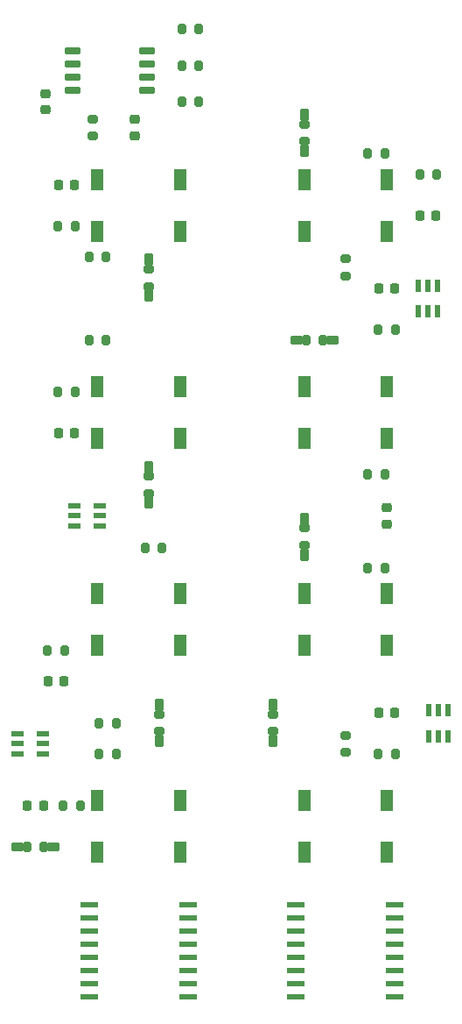
<source format=gbr>
%TF.GenerationSoftware,KiCad,Pcbnew,(6.0.2)*%
%TF.CreationDate,2022-04-01T11:09:41+02:00*%
%TF.ProjectId,cartteFille,63617274-7465-4466-996c-6c652e6b6963,rev?*%
%TF.SameCoordinates,Original*%
%TF.FileFunction,Paste,Top*%
%TF.FilePolarity,Positive*%
%FSLAX46Y46*%
G04 Gerber Fmt 4.6, Leading zero omitted, Abs format (unit mm)*
G04 Created by KiCad (PCBNEW (6.0.2)) date 2022-04-01 11:09:41*
%MOMM*%
%LPD*%
G01*
G04 APERTURE LIST*
G04 Aperture macros list*
%AMRoundRect*
0 Rectangle with rounded corners*
0 $1 Rounding radius*
0 $2 $3 $4 $5 $6 $7 $8 $9 X,Y pos of 4 corners*
0 Add a 4 corners polygon primitive as box body*
4,1,4,$2,$3,$4,$5,$6,$7,$8,$9,$2,$3,0*
0 Add four circle primitives for the rounded corners*
1,1,$1+$1,$2,$3*
1,1,$1+$1,$4,$5*
1,1,$1+$1,$6,$7*
1,1,$1+$1,$8,$9*
0 Add four rect primitives between the rounded corners*
20,1,$1+$1,$2,$3,$4,$5,0*
20,1,$1+$1,$4,$5,$6,$7,0*
20,1,$1+$1,$6,$7,$8,$9,0*
20,1,$1+$1,$8,$9,$2,$3,0*%
G04 Aperture macros list end*
%ADD10R,1.803400X0.533400*%
%ADD11RoundRect,0.200000X0.275000X-0.200000X0.275000X0.200000X-0.275000X0.200000X-0.275000X-0.200000X0*%
%ADD12RoundRect,0.200000X-0.200000X-0.275000X0.200000X-0.275000X0.200000X0.275000X-0.200000X0.275000X0*%
%ADD13R,1.300000X2.000000*%
%ADD14RoundRect,0.064000X0.336000X-0.496000X0.336000X0.496000X-0.336000X0.496000X-0.336000X-0.496000X0*%
%ADD15RoundRect,0.200000X0.200000X0.275000X-0.200000X0.275000X-0.200000X-0.275000X0.200000X-0.275000X0*%
%ADD16RoundRect,0.225000X0.225000X0.250000X-0.225000X0.250000X-0.225000X-0.250000X0.225000X-0.250000X0*%
%ADD17RoundRect,0.225000X-0.225000X-0.250000X0.225000X-0.250000X0.225000X0.250000X-0.225000X0.250000X0*%
%ADD18RoundRect,0.200000X-0.275000X0.200000X-0.275000X-0.200000X0.275000X-0.200000X0.275000X0.200000X0*%
%ADD19RoundRect,0.040600X0.564400X0.249400X-0.564400X0.249400X-0.564400X-0.249400X0.564400X-0.249400X0*%
%ADD20RoundRect,0.040600X-0.249400X0.564400X-0.249400X-0.564400X0.249400X-0.564400X0.249400X0.564400X0*%
%ADD21RoundRect,0.064000X-0.336000X0.496000X-0.336000X-0.496000X0.336000X-0.496000X0.336000X0.496000X0*%
%ADD22RoundRect,0.225000X-0.250000X0.225000X-0.250000X-0.225000X0.250000X-0.225000X0.250000X0.225000X0*%
%ADD23RoundRect,0.064000X0.496000X0.336000X-0.496000X0.336000X-0.496000X-0.336000X0.496000X-0.336000X0*%
%ADD24RoundRect,0.150000X0.650000X0.150000X-0.650000X0.150000X-0.650000X-0.150000X0.650000X-0.150000X0*%
%ADD25RoundRect,0.225000X0.250000X-0.225000X0.250000X0.225000X-0.250000X0.225000X-0.250000X-0.225000X0*%
G04 APERTURE END LIST*
D10*
%TO.C,U202*%
X24775200Y-96445000D03*
X24775200Y-95175000D03*
X24775200Y-93905000D03*
X24775200Y-92635000D03*
X24775200Y-91365000D03*
X24775200Y-90095000D03*
X24775200Y-88825000D03*
X24775200Y-87555000D03*
X15224800Y-87555000D03*
X15224800Y-88825000D03*
X15224800Y-90095000D03*
X15224800Y-91365000D03*
X15224800Y-92635000D03*
X15224800Y-93905000D03*
X15224800Y-95175000D03*
X15224800Y-96445000D03*
%TD*%
D11*
%TO.C,R282*%
X40000000Y-72825000D03*
X40000000Y-71175000D03*
%TD*%
D12*
%TO.C,R231*%
X12675000Y-78000000D03*
X14325000Y-78000000D03*
%TD*%
D13*
%TO.C,S22*%
X24000000Y-17510000D03*
X16000000Y-22510000D03*
X24000000Y-22510000D03*
X16000000Y-17510000D03*
%TD*%
D11*
%TO.C,R283*%
X33000000Y-70825000D03*
X33000000Y-69175000D03*
%TD*%
D13*
%TO.C,S28*%
X36000000Y-82500000D03*
X44000000Y-77500000D03*
X36000000Y-77500000D03*
X44000000Y-82500000D03*
%TD*%
D12*
%TO.C,R242*%
X16175000Y-70000000D03*
X17825000Y-70000000D03*
%TD*%
D14*
%TO.C,D25*%
X36000000Y-14730000D03*
X36000000Y-11270000D03*
%TD*%
D12*
%TO.C,R001*%
X20587200Y-53111400D03*
X22237200Y-53111400D03*
%TD*%
D15*
%TO.C,R261*%
X44825000Y-32000000D03*
X43175000Y-32000000D03*
%TD*%
D16*
%TO.C,C261*%
X44775000Y-28000000D03*
X43225000Y-28000000D03*
%TD*%
%TO.C,C251*%
X48775000Y-21000000D03*
X47225000Y-21000000D03*
%TD*%
D17*
%TO.C,C211*%
X12225000Y-42000000D03*
X13775000Y-42000000D03*
%TD*%
D18*
%TO.C,R213*%
X21000000Y-46175000D03*
X21000000Y-47825000D03*
%TD*%
D11*
%TO.C,R253*%
X36000000Y-13825000D03*
X36000000Y-12175000D03*
%TD*%
D18*
%TO.C,R243*%
X22000000Y-69175000D03*
X22000000Y-70825000D03*
%TD*%
D19*
%TO.C,U23-4*%
X10755000Y-72950000D03*
X10755000Y-72000000D03*
X10755000Y-71050000D03*
X8245000Y-71050000D03*
X8245000Y-72000000D03*
X8245000Y-72950000D03*
%TD*%
D15*
%TO.C,R12*%
X25825000Y-6500000D03*
X24175000Y-6500000D03*
%TD*%
D20*
%TO.C,U25-6*%
X48950000Y-27745000D03*
X48000000Y-27745000D03*
X47050000Y-27745000D03*
X47050000Y-30255000D03*
X48000000Y-30255000D03*
X48950000Y-30255000D03*
%TD*%
D21*
%TO.C,D24*%
X22000000Y-68270000D03*
X22000000Y-71730000D03*
%TD*%
D13*
%TO.C,S23*%
X24000000Y-77500000D03*
X16000000Y-82500000D03*
X24000000Y-82500000D03*
X16000000Y-77500000D03*
%TD*%
D15*
%TO.C,R272*%
X43825000Y-55000000D03*
X42175000Y-55000000D03*
%TD*%
%TO.C,R233*%
X10825000Y-82000000D03*
X9175000Y-82000000D03*
%TD*%
D17*
%TO.C,C221*%
X12225000Y-18000000D03*
X13775000Y-18000000D03*
%TD*%
D10*
%TO.C,U201*%
X44775200Y-96445000D03*
X44775200Y-95175000D03*
X44775200Y-93905000D03*
X44775200Y-92635000D03*
X44775200Y-91365000D03*
X44775200Y-90095000D03*
X44775200Y-88825000D03*
X44775200Y-87555000D03*
X35224800Y-87555000D03*
X35224800Y-88825000D03*
X35224800Y-90095000D03*
X35224800Y-91365000D03*
X35224800Y-92635000D03*
X35224800Y-93905000D03*
X35224800Y-95175000D03*
X35224800Y-96445000D03*
%TD*%
D14*
%TO.C,D28*%
X33000000Y-71730000D03*
X33000000Y-68270000D03*
%TD*%
D21*
%TO.C,D21*%
X21000000Y-45270000D03*
X21000000Y-48730000D03*
%TD*%
%TO.C,D22*%
X21000000Y-25270000D03*
X21000000Y-28730000D03*
%TD*%
D22*
%TO.C,C271*%
X44000000Y-49225000D03*
X44000000Y-50775000D03*
%TD*%
D15*
%TO.C,R263*%
X37825000Y-33000000D03*
X36175000Y-33000000D03*
%TD*%
D12*
%TO.C,R15*%
X24175000Y-3000000D03*
X25825000Y-3000000D03*
%TD*%
D13*
%TO.C,S25*%
X36000000Y-22500000D03*
X44000000Y-17500000D03*
X36000000Y-17500000D03*
X44000000Y-22500000D03*
%TD*%
%TO.C,S27*%
X36000000Y-62500000D03*
X44000000Y-57500000D03*
X36000000Y-57500000D03*
X44000000Y-62500000D03*
%TD*%
D12*
%TO.C,R212*%
X15175000Y-33000000D03*
X16825000Y-33000000D03*
%TD*%
D15*
%TO.C,R251*%
X48825000Y-17000000D03*
X47175000Y-17000000D03*
%TD*%
D23*
%TO.C,D26*%
X38730000Y-33000000D03*
X35270000Y-33000000D03*
%TD*%
D17*
%TO.C,C241*%
X11225000Y-66000000D03*
X12775000Y-66000000D03*
%TD*%
D16*
%TO.C,C281*%
X44775000Y-69000000D03*
X43225000Y-69000000D03*
%TD*%
D12*
%TO.C,R241*%
X11175000Y-63000000D03*
X12825000Y-63000000D03*
%TD*%
D24*
%TO.C,U1*%
X20820000Y-8885000D03*
X20820000Y-7615000D03*
X20820000Y-6345000D03*
X20820000Y-5075000D03*
X13620000Y-5075000D03*
X13620000Y-6345000D03*
X13620000Y-7615000D03*
X13620000Y-8885000D03*
%TD*%
D22*
%TO.C,C12*%
X11000000Y-9225000D03*
X11000000Y-10775000D03*
%TD*%
D12*
%TO.C,R222*%
X15175000Y-25000000D03*
X16825000Y-25000000D03*
%TD*%
D11*
%TO.C,R273*%
X36000000Y-52825000D03*
X36000000Y-51175000D03*
%TD*%
D23*
%TO.C,D23*%
X11730000Y-82000000D03*
X8270000Y-82000000D03*
%TD*%
D20*
%TO.C,U27-8*%
X49950000Y-68745000D03*
X49000000Y-68745000D03*
X48050000Y-68745000D03*
X48050000Y-71255000D03*
X49000000Y-71255000D03*
X49950000Y-71255000D03*
%TD*%
D11*
%TO.C,R262*%
X40000000Y-26825000D03*
X40000000Y-25175000D03*
%TD*%
D15*
%TO.C,R271*%
X43825000Y-46000000D03*
X42175000Y-46000000D03*
%TD*%
D13*
%TO.C,S21*%
X24000000Y-37500000D03*
X16000000Y-42500000D03*
X24000000Y-42500000D03*
X16000000Y-37500000D03*
%TD*%
D18*
%TO.C,R11*%
X15590000Y-11670000D03*
X15590000Y-13320000D03*
%TD*%
D12*
%TO.C,R232*%
X16175000Y-73000000D03*
X17825000Y-73000000D03*
%TD*%
D25*
%TO.C,C11*%
X19600000Y-13280000D03*
X19600000Y-11730000D03*
%TD*%
D12*
%TO.C,R211*%
X12175000Y-38000000D03*
X13825000Y-38000000D03*
%TD*%
D14*
%TO.C,D27*%
X36000000Y-53730000D03*
X36000000Y-50270000D03*
%TD*%
D19*
%TO.C,U21-2*%
X16255000Y-50950000D03*
X16255000Y-50000000D03*
X16255000Y-49050000D03*
X13745000Y-49050000D03*
X13745000Y-50000000D03*
X13745000Y-50950000D03*
%TD*%
D18*
%TO.C,R223*%
X21000000Y-26175000D03*
X21000000Y-27825000D03*
%TD*%
D13*
%TO.C,S26*%
X36000000Y-42500000D03*
X44000000Y-37500000D03*
X36000000Y-37500000D03*
X44000000Y-42500000D03*
%TD*%
D12*
%TO.C,R221*%
X12175000Y-22000000D03*
X13825000Y-22000000D03*
%TD*%
D13*
%TO.C,S24*%
X24000000Y-57500000D03*
X16000000Y-62500000D03*
X24000000Y-62500000D03*
X16000000Y-57500000D03*
%TD*%
D16*
%TO.C,C231*%
X10775000Y-78000000D03*
X9225000Y-78000000D03*
%TD*%
D15*
%TO.C,R281*%
X44825000Y-73000000D03*
X43175000Y-73000000D03*
%TD*%
%TO.C,R252*%
X43825000Y-15000000D03*
X42175000Y-15000000D03*
%TD*%
%TO.C,R14*%
X25825000Y-10000000D03*
X24175000Y-10000000D03*
%TD*%
M02*

</source>
